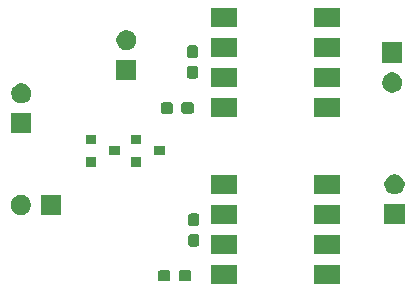
<source format=gts>
G04 #@! TF.GenerationSoftware,KiCad,Pcbnew,(5.1.5-0)*
G04 #@! TF.CreationDate,2022-03-29T15:48:06-06:00*
G04 #@! TF.ProjectId,polarity_swap,706f6c61-7269-4747-995f-737761702e6b,1*
G04 #@! TF.SameCoordinates,Original*
G04 #@! TF.FileFunction,Soldermask,Top*
G04 #@! TF.FilePolarity,Negative*
%FSLAX46Y46*%
G04 Gerber Fmt 4.6, Leading zero omitted, Abs format (unit mm)*
G04 Created by KiCad (PCBNEW (5.1.5-0)) date 2022-03-29 15:48:06*
%MOMM*%
%LPD*%
G04 APERTURE LIST*
%ADD10C,0.152400*%
G04 APERTURE END LIST*
D10*
G36*
X-14050000Y-22410000D02*
G01*
X-16250000Y-22410000D01*
X-16250000Y-20810000D01*
X-14050000Y-20810000D01*
X-14050000Y-22410000D01*
G37*
G36*
X-22750000Y-22410000D02*
G01*
X-24950000Y-22410000D01*
X-24950000Y-20810000D01*
X-22750000Y-20810000D01*
X-22750000Y-22410000D01*
G37*
G36*
X-26792079Y-21229271D02*
G01*
X-26753202Y-21241064D01*
X-26717382Y-21260211D01*
X-26685981Y-21285981D01*
X-26660211Y-21317382D01*
X-26641064Y-21353202D01*
X-26629271Y-21392079D01*
X-26625000Y-21435447D01*
X-26625000Y-21964553D01*
X-26629271Y-22007921D01*
X-26641064Y-22046798D01*
X-26660211Y-22082618D01*
X-26685981Y-22114019D01*
X-26717382Y-22139789D01*
X-26753202Y-22158936D01*
X-26792079Y-22170729D01*
X-26835447Y-22175000D01*
X-27464553Y-22175000D01*
X-27507921Y-22170729D01*
X-27546798Y-22158936D01*
X-27582618Y-22139789D01*
X-27614019Y-22114019D01*
X-27639789Y-22082618D01*
X-27658936Y-22046798D01*
X-27670729Y-22007921D01*
X-27675000Y-21964553D01*
X-27675000Y-21435447D01*
X-27670729Y-21392079D01*
X-27658936Y-21353202D01*
X-27639789Y-21317382D01*
X-27614019Y-21285981D01*
X-27582618Y-21260211D01*
X-27546798Y-21241064D01*
X-27507921Y-21229271D01*
X-27464553Y-21225000D01*
X-26835447Y-21225000D01*
X-26792079Y-21229271D01*
G37*
G36*
X-28542079Y-21229271D02*
G01*
X-28503202Y-21241064D01*
X-28467382Y-21260211D01*
X-28435981Y-21285981D01*
X-28410211Y-21317382D01*
X-28391064Y-21353202D01*
X-28379271Y-21392079D01*
X-28375000Y-21435447D01*
X-28375000Y-21964553D01*
X-28379271Y-22007921D01*
X-28391064Y-22046798D01*
X-28410211Y-22082618D01*
X-28435981Y-22114019D01*
X-28467382Y-22139789D01*
X-28503202Y-22158936D01*
X-28542079Y-22170729D01*
X-28585447Y-22175000D01*
X-29214553Y-22175000D01*
X-29257921Y-22170729D01*
X-29296798Y-22158936D01*
X-29332618Y-22139789D01*
X-29364019Y-22114019D01*
X-29389789Y-22082618D01*
X-29408936Y-22046798D01*
X-29420729Y-22007921D01*
X-29425000Y-21964553D01*
X-29425000Y-21435447D01*
X-29420729Y-21392079D01*
X-29408936Y-21353202D01*
X-29389789Y-21317382D01*
X-29364019Y-21285981D01*
X-29332618Y-21260211D01*
X-29296798Y-21241064D01*
X-29257921Y-21229271D01*
X-29214553Y-21225000D01*
X-28585447Y-21225000D01*
X-28542079Y-21229271D01*
G37*
G36*
X-22750000Y-19870000D02*
G01*
X-24950000Y-19870000D01*
X-24950000Y-18270000D01*
X-22750000Y-18270000D01*
X-22750000Y-19870000D01*
G37*
G36*
X-14050000Y-19870000D02*
G01*
X-16250000Y-19870000D01*
X-16250000Y-18270000D01*
X-14050000Y-18270000D01*
X-14050000Y-19870000D01*
G37*
G36*
X-26092079Y-18179271D02*
G01*
X-26053202Y-18191064D01*
X-26017382Y-18210211D01*
X-25985981Y-18235981D01*
X-25960211Y-18267382D01*
X-25941064Y-18303202D01*
X-25929271Y-18342079D01*
X-25925000Y-18385447D01*
X-25925000Y-19014553D01*
X-25929271Y-19057921D01*
X-25941064Y-19096798D01*
X-25960211Y-19132618D01*
X-25985981Y-19164019D01*
X-26017382Y-19189789D01*
X-26053202Y-19208936D01*
X-26092079Y-19220729D01*
X-26135447Y-19225000D01*
X-26664553Y-19225000D01*
X-26707921Y-19220729D01*
X-26746798Y-19208936D01*
X-26782618Y-19189789D01*
X-26814019Y-19164019D01*
X-26839789Y-19132618D01*
X-26858936Y-19096798D01*
X-26870729Y-19057921D01*
X-26875000Y-19014553D01*
X-26875000Y-18385447D01*
X-26870729Y-18342079D01*
X-26858936Y-18303202D01*
X-26839789Y-18267382D01*
X-26814019Y-18235981D01*
X-26782618Y-18210211D01*
X-26746798Y-18191064D01*
X-26707921Y-18179271D01*
X-26664553Y-18175000D01*
X-26135447Y-18175000D01*
X-26092079Y-18179271D01*
G37*
G36*
X-26092079Y-16429271D02*
G01*
X-26053202Y-16441064D01*
X-26017382Y-16460211D01*
X-25985981Y-16485981D01*
X-25960211Y-16517382D01*
X-25941064Y-16553202D01*
X-25929271Y-16592079D01*
X-25925000Y-16635447D01*
X-25925000Y-17264553D01*
X-25929271Y-17307921D01*
X-25941064Y-17346798D01*
X-25960211Y-17382618D01*
X-25985981Y-17414019D01*
X-26017382Y-17439789D01*
X-26053202Y-17458936D01*
X-26092079Y-17470729D01*
X-26135447Y-17475000D01*
X-26664553Y-17475000D01*
X-26707921Y-17470729D01*
X-26746798Y-17458936D01*
X-26782618Y-17439789D01*
X-26814019Y-17414019D01*
X-26839789Y-17382618D01*
X-26858936Y-17346798D01*
X-26870729Y-17307921D01*
X-26875000Y-17264553D01*
X-26875000Y-16635447D01*
X-26870729Y-16592079D01*
X-26858936Y-16553202D01*
X-26839789Y-16517382D01*
X-26814019Y-16485981D01*
X-26782618Y-16460211D01*
X-26746798Y-16441064D01*
X-26707921Y-16429271D01*
X-26664553Y-16425000D01*
X-26135447Y-16425000D01*
X-26092079Y-16429271D01*
G37*
G36*
X-8550000Y-17350000D02*
G01*
X-10250000Y-17350000D01*
X-10250000Y-15650000D01*
X-8550000Y-15650000D01*
X-8550000Y-17350000D01*
G37*
G36*
X-14050000Y-17330000D02*
G01*
X-16250000Y-17330000D01*
X-16250000Y-15730000D01*
X-14050000Y-15730000D01*
X-14050000Y-17330000D01*
G37*
G36*
X-22750000Y-17330000D02*
G01*
X-24950000Y-17330000D01*
X-24950000Y-15730000D01*
X-22750000Y-15730000D01*
X-22750000Y-17330000D01*
G37*
G36*
X-37650000Y-16550000D02*
G01*
X-39350000Y-16550000D01*
X-39350000Y-14850000D01*
X-37650000Y-14850000D01*
X-37650000Y-16550000D01*
G37*
G36*
X-40792064Y-14882665D02*
G01*
X-40637374Y-14946739D01*
X-40567924Y-14993145D01*
X-40498156Y-15039762D01*
X-40379762Y-15158156D01*
X-40333145Y-15227924D01*
X-40286739Y-15297374D01*
X-40222665Y-15452064D01*
X-40190000Y-15616282D01*
X-40190000Y-15783718D01*
X-40222665Y-15947936D01*
X-40286739Y-16102626D01*
X-40333145Y-16172076D01*
X-40379762Y-16241844D01*
X-40498156Y-16360238D01*
X-40567924Y-16406855D01*
X-40637374Y-16453261D01*
X-40792064Y-16517335D01*
X-40956282Y-16550000D01*
X-41123718Y-16550000D01*
X-41287936Y-16517335D01*
X-41442626Y-16453261D01*
X-41512076Y-16406855D01*
X-41581844Y-16360238D01*
X-41700238Y-16241844D01*
X-41746855Y-16172076D01*
X-41793261Y-16102626D01*
X-41857335Y-15947936D01*
X-41890000Y-15783718D01*
X-41890000Y-15616282D01*
X-41857335Y-15452064D01*
X-41793261Y-15297374D01*
X-41746855Y-15227924D01*
X-41700238Y-15158156D01*
X-41581844Y-15039762D01*
X-41512076Y-14993145D01*
X-41442626Y-14946739D01*
X-41287936Y-14882665D01*
X-41123718Y-14850000D01*
X-40956282Y-14850000D01*
X-40792064Y-14882665D01*
G37*
G36*
X-9152064Y-13142665D02*
G01*
X-8997374Y-13206739D01*
X-8927924Y-13253145D01*
X-8858156Y-13299762D01*
X-8739762Y-13418156D01*
X-8693145Y-13487924D01*
X-8646739Y-13557374D01*
X-8582665Y-13712064D01*
X-8550000Y-13876282D01*
X-8550000Y-14043718D01*
X-8582665Y-14207936D01*
X-8646739Y-14362626D01*
X-8693145Y-14432076D01*
X-8739762Y-14501844D01*
X-8858156Y-14620238D01*
X-8927924Y-14666855D01*
X-8997374Y-14713261D01*
X-9152064Y-14777335D01*
X-9316282Y-14810000D01*
X-9483718Y-14810000D01*
X-9647936Y-14777335D01*
X-9802626Y-14713261D01*
X-9872076Y-14666855D01*
X-9941844Y-14620238D01*
X-10060238Y-14501844D01*
X-10106855Y-14432076D01*
X-10153261Y-14362626D01*
X-10217335Y-14207936D01*
X-10250000Y-14043718D01*
X-10250000Y-13876282D01*
X-10217335Y-13712064D01*
X-10153261Y-13557374D01*
X-10106855Y-13487924D01*
X-10060238Y-13418156D01*
X-9941844Y-13299762D01*
X-9872076Y-13253145D01*
X-9802626Y-13206739D01*
X-9647936Y-13142665D01*
X-9483718Y-13110000D01*
X-9316282Y-13110000D01*
X-9152064Y-13142665D01*
G37*
G36*
X-14050000Y-14790000D02*
G01*
X-16250000Y-14790000D01*
X-16250000Y-13190000D01*
X-14050000Y-13190000D01*
X-14050000Y-14790000D01*
G37*
G36*
X-22750000Y-14790000D02*
G01*
X-24950000Y-14790000D01*
X-24950000Y-13190000D01*
X-22750000Y-13190000D01*
X-22750000Y-14790000D01*
G37*
G36*
X-34650000Y-12450000D02*
G01*
X-35550000Y-12450000D01*
X-35550000Y-11650000D01*
X-34650000Y-11650000D01*
X-34650000Y-12450000D01*
G37*
G36*
X-30850000Y-12450000D02*
G01*
X-31750000Y-12450000D01*
X-31750000Y-11650000D01*
X-30850000Y-11650000D01*
X-30850000Y-12450000D01*
G37*
G36*
X-32650000Y-11500000D02*
G01*
X-33550000Y-11500000D01*
X-33550000Y-10700000D01*
X-32650000Y-10700000D01*
X-32650000Y-11500000D01*
G37*
G36*
X-28850000Y-11500000D02*
G01*
X-29750000Y-11500000D01*
X-29750000Y-10700000D01*
X-28850000Y-10700000D01*
X-28850000Y-11500000D01*
G37*
G36*
X-34650000Y-10550000D02*
G01*
X-35550000Y-10550000D01*
X-35550000Y-9750000D01*
X-34650000Y-9750000D01*
X-34650000Y-10550000D01*
G37*
G36*
X-30850000Y-10550000D02*
G01*
X-31750000Y-10550000D01*
X-31750000Y-9750000D01*
X-30850000Y-9750000D01*
X-30850000Y-10550000D01*
G37*
G36*
X-40150000Y-9650000D02*
G01*
X-41850000Y-9650000D01*
X-41850000Y-7950000D01*
X-40150000Y-7950000D01*
X-40150000Y-9650000D01*
G37*
G36*
X-14041000Y-8234999D02*
G01*
X-16241000Y-8234999D01*
X-16241000Y-6634999D01*
X-14041000Y-6634999D01*
X-14041000Y-8234999D01*
G37*
G36*
X-22741000Y-8234999D02*
G01*
X-24941000Y-8234999D01*
X-24941000Y-6634999D01*
X-22741000Y-6634999D01*
X-22741000Y-8234999D01*
G37*
G36*
X-28317079Y-7029271D02*
G01*
X-28278202Y-7041064D01*
X-28242382Y-7060211D01*
X-28210981Y-7085981D01*
X-28185211Y-7117382D01*
X-28166064Y-7153202D01*
X-28154271Y-7192079D01*
X-28150000Y-7235447D01*
X-28150000Y-7764553D01*
X-28154271Y-7807921D01*
X-28166064Y-7846798D01*
X-28185211Y-7882618D01*
X-28210981Y-7914019D01*
X-28242382Y-7939789D01*
X-28278202Y-7958936D01*
X-28317079Y-7970729D01*
X-28360447Y-7975000D01*
X-28989553Y-7975000D01*
X-29032921Y-7970729D01*
X-29071798Y-7958936D01*
X-29107618Y-7939789D01*
X-29139019Y-7914019D01*
X-29164789Y-7882618D01*
X-29183936Y-7846798D01*
X-29195729Y-7807921D01*
X-29200000Y-7764553D01*
X-29200000Y-7235447D01*
X-29195729Y-7192079D01*
X-29183936Y-7153202D01*
X-29164789Y-7117382D01*
X-29139019Y-7085981D01*
X-29107618Y-7060211D01*
X-29071798Y-7041064D01*
X-29032921Y-7029271D01*
X-28989553Y-7025000D01*
X-28360447Y-7025000D01*
X-28317079Y-7029271D01*
G37*
G36*
X-26567079Y-7029271D02*
G01*
X-26528202Y-7041064D01*
X-26492382Y-7060211D01*
X-26460981Y-7085981D01*
X-26435211Y-7117382D01*
X-26416064Y-7153202D01*
X-26404271Y-7192079D01*
X-26400000Y-7235447D01*
X-26400000Y-7764553D01*
X-26404271Y-7807921D01*
X-26416064Y-7846798D01*
X-26435211Y-7882618D01*
X-26460981Y-7914019D01*
X-26492382Y-7939789D01*
X-26528202Y-7958936D01*
X-26567079Y-7970729D01*
X-26610447Y-7975000D01*
X-27239553Y-7975000D01*
X-27282921Y-7970729D01*
X-27321798Y-7958936D01*
X-27357618Y-7939789D01*
X-27389019Y-7914019D01*
X-27414789Y-7882618D01*
X-27433936Y-7846798D01*
X-27445729Y-7807921D01*
X-27450000Y-7764553D01*
X-27450000Y-7235447D01*
X-27445729Y-7192079D01*
X-27433936Y-7153202D01*
X-27414789Y-7117382D01*
X-27389019Y-7085981D01*
X-27357618Y-7060211D01*
X-27321798Y-7041064D01*
X-27282921Y-7029271D01*
X-27239553Y-7025000D01*
X-26610447Y-7025000D01*
X-26567079Y-7029271D01*
G37*
G36*
X-40752064Y-5442665D02*
G01*
X-40597374Y-5506739D01*
X-40527924Y-5553145D01*
X-40458156Y-5599762D01*
X-40339762Y-5718156D01*
X-40323412Y-5742626D01*
X-40246739Y-5857374D01*
X-40182665Y-6012064D01*
X-40150000Y-6176282D01*
X-40150000Y-6343718D01*
X-40182665Y-6507936D01*
X-40246739Y-6662626D01*
X-40293145Y-6732076D01*
X-40339762Y-6801844D01*
X-40458156Y-6920238D01*
X-40527924Y-6966855D01*
X-40597374Y-7013261D01*
X-40752064Y-7077335D01*
X-40916282Y-7110000D01*
X-41083718Y-7110000D01*
X-41247936Y-7077335D01*
X-41402626Y-7013261D01*
X-41472076Y-6966855D01*
X-41541844Y-6920238D01*
X-41660238Y-6801844D01*
X-41706855Y-6732076D01*
X-41753261Y-6662626D01*
X-41817335Y-6507936D01*
X-41850000Y-6343718D01*
X-41850000Y-6176282D01*
X-41817335Y-6012064D01*
X-41753261Y-5857374D01*
X-41676588Y-5742626D01*
X-41660238Y-5718156D01*
X-41541844Y-5599762D01*
X-41472076Y-5553145D01*
X-41402626Y-5506739D01*
X-41247936Y-5442665D01*
X-41083718Y-5410000D01*
X-40916282Y-5410000D01*
X-40752064Y-5442665D01*
G37*
G36*
X-9352064Y-4522665D02*
G01*
X-9197374Y-4586739D01*
X-9127924Y-4633145D01*
X-9058156Y-4679762D01*
X-8939762Y-4798156D01*
X-8916533Y-4832921D01*
X-8846739Y-4937374D01*
X-8782665Y-5092064D01*
X-8750000Y-5256282D01*
X-8750000Y-5423718D01*
X-8782665Y-5587936D01*
X-8846739Y-5742626D01*
X-8893145Y-5812076D01*
X-8939762Y-5881844D01*
X-9058156Y-6000238D01*
X-9127924Y-6046855D01*
X-9197374Y-6093261D01*
X-9352064Y-6157335D01*
X-9516282Y-6190000D01*
X-9683718Y-6190000D01*
X-9847936Y-6157335D01*
X-10002626Y-6093261D01*
X-10072076Y-6046855D01*
X-10141844Y-6000238D01*
X-10260238Y-5881844D01*
X-10306855Y-5812076D01*
X-10353261Y-5742626D01*
X-10417335Y-5587936D01*
X-10450000Y-5423718D01*
X-10450000Y-5256282D01*
X-10417335Y-5092064D01*
X-10353261Y-4937374D01*
X-10283467Y-4832921D01*
X-10260238Y-4798156D01*
X-10141844Y-4679762D01*
X-10072076Y-4633145D01*
X-10002626Y-4586739D01*
X-9847936Y-4522665D01*
X-9683718Y-4490000D01*
X-9516282Y-4490000D01*
X-9352064Y-4522665D01*
G37*
G36*
X-14041000Y-5694999D02*
G01*
X-16241000Y-5694999D01*
X-16241000Y-4094999D01*
X-14041000Y-4094999D01*
X-14041000Y-5694999D01*
G37*
G36*
X-22741000Y-5694999D02*
G01*
X-24941000Y-5694999D01*
X-24941000Y-4094999D01*
X-22741000Y-4094999D01*
X-22741000Y-5694999D01*
G37*
G36*
X-31250000Y-5150000D02*
G01*
X-32950000Y-5150000D01*
X-32950000Y-3450000D01*
X-31250000Y-3450000D01*
X-31250000Y-5150000D01*
G37*
G36*
X-26192079Y-3954271D02*
G01*
X-26153202Y-3966064D01*
X-26117382Y-3985211D01*
X-26085981Y-4010981D01*
X-26060211Y-4042382D01*
X-26041064Y-4078202D01*
X-26029271Y-4117079D01*
X-26025000Y-4160447D01*
X-26025000Y-4789553D01*
X-26029271Y-4832921D01*
X-26041064Y-4871798D01*
X-26060211Y-4907618D01*
X-26085981Y-4939019D01*
X-26117382Y-4964789D01*
X-26153202Y-4983936D01*
X-26192079Y-4995729D01*
X-26235447Y-5000000D01*
X-26764553Y-5000000D01*
X-26807921Y-4995729D01*
X-26846798Y-4983936D01*
X-26882618Y-4964789D01*
X-26914019Y-4939019D01*
X-26939789Y-4907618D01*
X-26958936Y-4871798D01*
X-26970729Y-4832921D01*
X-26975000Y-4789553D01*
X-26975000Y-4160447D01*
X-26970729Y-4117079D01*
X-26958936Y-4078202D01*
X-26939789Y-4042382D01*
X-26914019Y-4010981D01*
X-26882618Y-3985211D01*
X-26846798Y-3966064D01*
X-26807921Y-3954271D01*
X-26764553Y-3950000D01*
X-26235447Y-3950000D01*
X-26192079Y-3954271D01*
G37*
G36*
X-8750000Y-3650000D02*
G01*
X-10450000Y-3650000D01*
X-10450000Y-1950000D01*
X-8750000Y-1950000D01*
X-8750000Y-3650000D01*
G37*
G36*
X-26192079Y-2204271D02*
G01*
X-26153202Y-2216064D01*
X-26117382Y-2235211D01*
X-26085981Y-2260981D01*
X-26060211Y-2292382D01*
X-26041064Y-2328202D01*
X-26029271Y-2367079D01*
X-26025000Y-2410447D01*
X-26025000Y-3039553D01*
X-26029271Y-3082921D01*
X-26041064Y-3121798D01*
X-26060211Y-3157618D01*
X-26085981Y-3189019D01*
X-26117382Y-3214789D01*
X-26153202Y-3233936D01*
X-26192079Y-3245729D01*
X-26235447Y-3250000D01*
X-26764553Y-3250000D01*
X-26807921Y-3245729D01*
X-26846798Y-3233936D01*
X-26882618Y-3214789D01*
X-26914019Y-3189019D01*
X-26939789Y-3157618D01*
X-26958936Y-3121798D01*
X-26970729Y-3082921D01*
X-26975000Y-3039553D01*
X-26975000Y-2410447D01*
X-26970729Y-2367079D01*
X-26958936Y-2328202D01*
X-26939789Y-2292382D01*
X-26914019Y-2260981D01*
X-26882618Y-2235211D01*
X-26846798Y-2216064D01*
X-26807921Y-2204271D01*
X-26764553Y-2200000D01*
X-26235447Y-2200000D01*
X-26192079Y-2204271D01*
G37*
G36*
X-22741000Y-3154999D02*
G01*
X-24941000Y-3154999D01*
X-24941000Y-1554999D01*
X-22741000Y-1554999D01*
X-22741000Y-3154999D01*
G37*
G36*
X-14041000Y-3154999D02*
G01*
X-16241000Y-3154999D01*
X-16241000Y-1554999D01*
X-14041000Y-1554999D01*
X-14041000Y-3154999D01*
G37*
G36*
X-31852064Y-942665D02*
G01*
X-31697374Y-1006739D01*
X-31627924Y-1053145D01*
X-31558156Y-1099762D01*
X-31439762Y-1218156D01*
X-31393145Y-1287924D01*
X-31346739Y-1357374D01*
X-31282665Y-1512064D01*
X-31250000Y-1676282D01*
X-31250000Y-1843718D01*
X-31282665Y-2007936D01*
X-31346739Y-2162626D01*
X-31371712Y-2200000D01*
X-31439762Y-2301844D01*
X-31558156Y-2420238D01*
X-31583991Y-2437500D01*
X-31697374Y-2513261D01*
X-31852064Y-2577335D01*
X-32016282Y-2610000D01*
X-32183718Y-2610000D01*
X-32347936Y-2577335D01*
X-32502626Y-2513261D01*
X-32616009Y-2437500D01*
X-32641844Y-2420238D01*
X-32760238Y-2301844D01*
X-32828288Y-2200000D01*
X-32853261Y-2162626D01*
X-32917335Y-2007936D01*
X-32950000Y-1843718D01*
X-32950000Y-1676282D01*
X-32917335Y-1512064D01*
X-32853261Y-1357374D01*
X-32806855Y-1287924D01*
X-32760238Y-1218156D01*
X-32641844Y-1099762D01*
X-32572076Y-1053145D01*
X-32502626Y-1006739D01*
X-32347936Y-942665D01*
X-32183718Y-910000D01*
X-32016282Y-910000D01*
X-31852064Y-942665D01*
G37*
G36*
X-22741000Y-614999D02*
G01*
X-24941000Y-614999D01*
X-24941000Y985001D01*
X-22741000Y985001D01*
X-22741000Y-614999D01*
G37*
G36*
X-14041000Y-614999D02*
G01*
X-16241000Y-614999D01*
X-16241000Y985001D01*
X-14041000Y985001D01*
X-14041000Y-614999D01*
G37*
M02*

</source>
